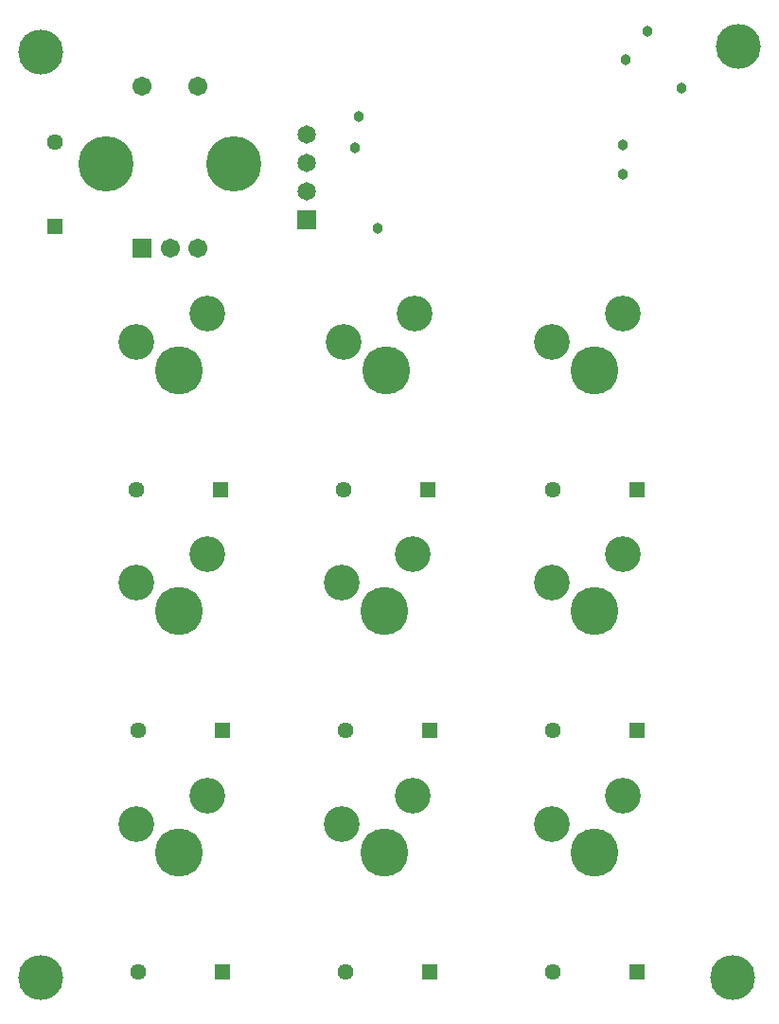
<source format=gbr>
G04*
G04 #@! TF.GenerationSoftware,Altium Limited,Altium Designer,25.8.1 (18)*
G04*
G04 Layer_Color=8388736*
%FSLAX44Y44*%
%MOMM*%
G71*
G04*
G04 #@! TF.SameCoordinates,DF3AAA51-F136-4719-93B0-9B07129043F7*
G04*
G04*
G04 #@! TF.FilePolarity,Negative*
G04*
G01*
G75*
%ADD14C,4.2926*%
%ADD15R,1.6532X1.6532*%
%ADD16C,1.6532*%
%ADD17C,4.0132*%
%ADD18C,4.9432*%
%ADD19C,1.7032*%
%ADD20C,3.2032*%
%ADD21R,1.4412X1.4412*%
%ADD22C,1.4412*%
%ADD23R,1.4412X1.4412*%
%ADD24R,1.7032X1.7032*%
%ADD25C,0.9652*%
D14*
X970280Y610870D02*
D03*
Y180340D02*
D03*
X782320D02*
D03*
X598170D02*
D03*
X970280Y396240D02*
D03*
X782320D02*
D03*
X598170D02*
D03*
X783590Y610870D02*
D03*
X598170D02*
D03*
D15*
X712470Y745490D02*
D03*
D16*
Y770890D02*
D03*
Y796290D02*
D03*
Y821690D02*
D03*
D17*
X1093470Y68580D02*
D03*
X474980D02*
D03*
Y895350D02*
D03*
X1098550Y900430D02*
D03*
D18*
X533550Y795090D02*
D03*
X647550D02*
D03*
D19*
X590550Y720090D02*
D03*
X615550Y865090D02*
D03*
Y720090D02*
D03*
X565550Y865090D02*
D03*
D20*
X623570Y661670D02*
D03*
X560070Y636270D02*
D03*
X745490D02*
D03*
X808990Y661670D02*
D03*
X995680D02*
D03*
X932180Y636270D02*
D03*
X560070Y421640D02*
D03*
X623570Y447040D02*
D03*
X807720D02*
D03*
X744220Y421640D02*
D03*
X932180D02*
D03*
X995680Y447040D02*
D03*
X623570Y231140D02*
D03*
X560070Y205740D02*
D03*
X744220D02*
D03*
X807720Y231140D02*
D03*
X995680D02*
D03*
X932180Y205740D02*
D03*
D21*
X487680Y739555D02*
D03*
D22*
Y814925D02*
D03*
X932595Y73660D02*
D03*
X747175D02*
D03*
X561755D02*
D03*
X932595Y289560D02*
D03*
X561755D02*
D03*
X932595Y504190D02*
D03*
X745905D02*
D03*
X560485D02*
D03*
X747175Y289560D02*
D03*
D23*
X1007965Y73660D02*
D03*
X822545D02*
D03*
X637125D02*
D03*
X1007965Y289560D02*
D03*
X637125D02*
D03*
X1007965Y504190D02*
D03*
X821275D02*
D03*
X635855D02*
D03*
X822545Y289560D02*
D03*
D24*
X565550Y720090D02*
D03*
D25*
X775970Y737870D02*
D03*
X755650Y810260D02*
D03*
X759460Y838200D02*
D03*
X1017270Y914400D02*
D03*
X998220Y889000D02*
D03*
X1047750Y863600D02*
D03*
X995680Y786130D02*
D03*
Y812800D02*
D03*
M02*

</source>
